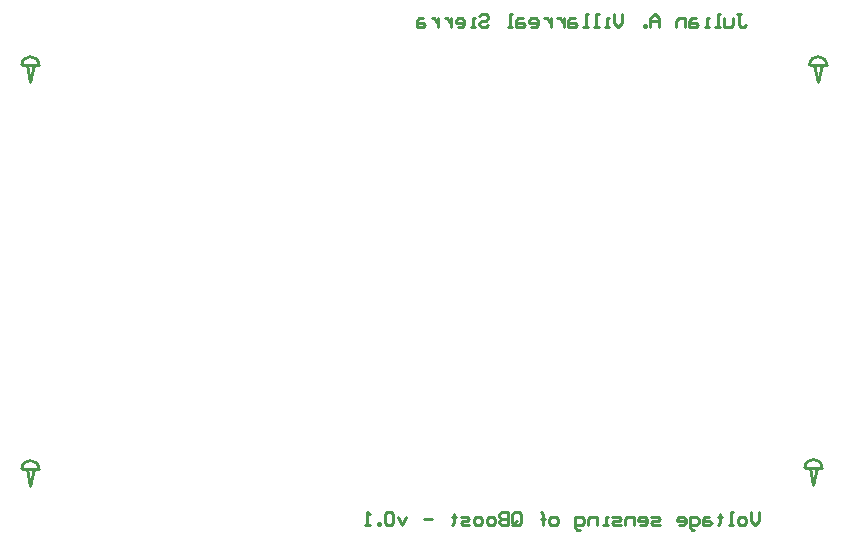
<source format=gbo>
G04*
G04 #@! TF.GenerationSoftware,Altium Limited,Altium Designer,19.1.5 (86)*
G04*
G04 Layer_Color=32896*
%FSLAX25Y25*%
%MOIN*%
G70*
G01*
G75*
%ADD13C,0.01000*%
D13*
X18347Y166378D02*
G03*
X12600Y166483I-2874J0D01*
G01*
X18347Y31732D02*
G03*
X12600Y31837I-2874J0D01*
G01*
X279370Y32126D02*
G03*
X273624Y32231I-2874J0D01*
G01*
X280945Y166378D02*
G03*
X275199Y166483I-2874J0D01*
G01*
X12705Y166378D02*
X18347D01*
X15431Y160778D02*
X16648Y166325D01*
X14214D02*
X15431Y160778D01*
X12705Y31732D02*
X18347D01*
X15431Y26133D02*
X16648Y31680D01*
X14214D02*
X15431Y26133D01*
X275238Y32074D02*
X276455Y26526D01*
X277671Y32074D01*
X273729Y32126D02*
X279370D01*
X276813Y166325D02*
X278030Y160778D01*
X279246Y166325D01*
X275304Y166378D02*
X280945D01*
X258449Y17402D02*
Y14516D01*
X257006Y13073D01*
X255563Y14516D01*
Y17402D01*
X253398Y13073D02*
X251955D01*
X251233Y13795D01*
Y15238D01*
X251955Y15959D01*
X253398D01*
X254119Y15238D01*
Y13795D01*
X253398Y13073D01*
X249790D02*
X248347D01*
X249069D01*
Y17402D01*
X249790D01*
X245461Y16681D02*
Y15959D01*
X246182D01*
X244739D01*
X245461D01*
Y13795D01*
X244739Y13073D01*
X241853Y15959D02*
X240410D01*
X239688Y15238D01*
Y13073D01*
X241853D01*
X242575Y13795D01*
X241853Y14516D01*
X239688D01*
X236802Y11630D02*
X236081D01*
X235359Y12352D01*
Y15959D01*
X237524D01*
X238245Y15238D01*
Y13795D01*
X237524Y13073D01*
X235359D01*
X231751D02*
X233194D01*
X233916Y13795D01*
Y15238D01*
X233194Y15959D01*
X231751D01*
X231030Y15238D01*
Y14516D01*
X233916D01*
X225257Y13073D02*
X223093D01*
X222371Y13795D01*
X223093Y14516D01*
X224536D01*
X225257Y15238D01*
X224536Y15959D01*
X222371D01*
X218763Y13073D02*
X220207D01*
X220928Y13795D01*
Y15238D01*
X220207Y15959D01*
X218763D01*
X218042Y15238D01*
Y14516D01*
X220928D01*
X216599Y13073D02*
Y15959D01*
X214434D01*
X213713Y15238D01*
Y13073D01*
X212269D02*
X210105D01*
X209383Y13795D01*
X210105Y14516D01*
X211548D01*
X212269Y15238D01*
X211548Y15959D01*
X209383D01*
X207940Y13073D02*
X206497D01*
X207219D01*
Y15959D01*
X207940D01*
X204332Y13073D02*
Y15959D01*
X202168D01*
X201446Y15238D01*
Y13073D01*
X198560Y11630D02*
X197838D01*
X197117Y12352D01*
Y15959D01*
X199282D01*
X200003Y15238D01*
Y13795D01*
X199282Y13073D01*
X197117D01*
X190623D02*
X189180D01*
X188458Y13795D01*
Y15238D01*
X189180Y15959D01*
X190623D01*
X191344Y15238D01*
Y13795D01*
X190623Y13073D01*
X186294D02*
Y16681D01*
Y15238D01*
X187015D01*
X185572D01*
X186294D01*
Y16681D01*
X185572Y17402D01*
X176192Y13795D02*
Y16681D01*
X176913Y17402D01*
X178357D01*
X179078Y16681D01*
Y13795D01*
X178357Y13073D01*
X176913D01*
X177635Y14516D02*
X176192Y13073D01*
X176913D02*
X176192Y13795D01*
X174749Y17402D02*
Y13073D01*
X172584D01*
X171863Y13795D01*
Y14516D01*
X172584Y15238D01*
X174749D01*
X172584D01*
X171863Y15959D01*
Y16681D01*
X172584Y17402D01*
X174749D01*
X169698Y13073D02*
X168255D01*
X167533Y13795D01*
Y15238D01*
X168255Y15959D01*
X169698D01*
X170420Y15238D01*
Y13795D01*
X169698Y13073D01*
X165369D02*
X163926D01*
X163204Y13795D01*
Y15238D01*
X163926Y15959D01*
X165369D01*
X166090Y15238D01*
Y13795D01*
X165369Y13073D01*
X161761D02*
X159596D01*
X158875Y13795D01*
X159596Y14516D01*
X161039D01*
X161761Y15238D01*
X161039Y15959D01*
X158875D01*
X156710Y16681D02*
Y15959D01*
X157432D01*
X155989D01*
X156710D01*
Y13795D01*
X155989Y13073D01*
X149495Y15238D02*
X146608D01*
X140836Y15959D02*
X139393Y13073D01*
X137950Y15959D01*
X136507Y16681D02*
X135785Y17402D01*
X134342D01*
X133620Y16681D01*
Y13795D01*
X134342Y13073D01*
X135785D01*
X136507Y13795D01*
Y16681D01*
X132177Y13073D02*
Y13795D01*
X131456D01*
Y13073D01*
X132177D01*
X128569D02*
X127126D01*
X127848D01*
Y17402D01*
X128569Y16681D01*
X251051Y183463D02*
X252494D01*
X251772D01*
Y179855D01*
X252494Y179134D01*
X253216D01*
X253937Y179855D01*
X249608Y182020D02*
Y179855D01*
X248886Y179134D01*
X246722D01*
Y182020D01*
X245278Y179134D02*
X243835D01*
X244557D01*
Y183463D01*
X245278D01*
X241671Y179134D02*
X240228D01*
X240949D01*
Y182020D01*
X241671D01*
X237341D02*
X235898D01*
X235177Y181298D01*
Y179134D01*
X237341D01*
X238063Y179855D01*
X237341Y180577D01*
X235177D01*
X233734Y179134D02*
Y182020D01*
X231569D01*
X230847Y181298D01*
Y179134D01*
X225075D02*
Y182020D01*
X223632Y183463D01*
X222189Y182020D01*
Y179134D01*
Y181298D01*
X225075D01*
X220746Y179134D02*
Y179855D01*
X220024D01*
Y179134D01*
X220746D01*
X212809Y183463D02*
Y180577D01*
X211366Y179134D01*
X209922Y180577D01*
Y183463D01*
X208479Y179134D02*
X207036D01*
X207758D01*
Y182020D01*
X208479D01*
X204872Y179134D02*
X203428D01*
X204150D01*
Y183463D01*
X204872D01*
X201264Y179134D02*
X199821D01*
X200542D01*
Y183463D01*
X201264D01*
X196934Y182020D02*
X195491D01*
X194770Y181298D01*
Y179134D01*
X196934D01*
X197656Y179855D01*
X196934Y180577D01*
X194770D01*
X193327Y182020D02*
Y179134D01*
Y180577D01*
X192605Y181298D01*
X191884Y182020D01*
X191162D01*
X188997D02*
Y179134D01*
Y180577D01*
X188276Y181298D01*
X187554Y182020D01*
X186833D01*
X182503Y179134D02*
X183947D01*
X184668Y179855D01*
Y181298D01*
X183947Y182020D01*
X182503D01*
X181782Y181298D01*
Y180577D01*
X184668D01*
X179617Y182020D02*
X178174D01*
X177453Y181298D01*
Y179134D01*
X179617D01*
X180339Y179855D01*
X179617Y180577D01*
X177453D01*
X176009Y179134D02*
X174566D01*
X175288D01*
Y183463D01*
X176009D01*
X165186Y182742D02*
X165908Y183463D01*
X167351D01*
X168072Y182742D01*
Y182020D01*
X167351Y181298D01*
X165908D01*
X165186Y180577D01*
Y179855D01*
X165908Y179134D01*
X167351D01*
X168072Y179855D01*
X163743Y179134D02*
X162300D01*
X163022D01*
Y182020D01*
X163743D01*
X157971Y179134D02*
X159414D01*
X160135Y179855D01*
Y181298D01*
X159414Y182020D01*
X157971D01*
X157249Y181298D01*
Y180577D01*
X160135D01*
X155806Y182020D02*
Y179134D01*
Y180577D01*
X155084Y181298D01*
X154363Y182020D01*
X153641D01*
X151477D02*
Y179134D01*
Y180577D01*
X150755Y181298D01*
X150034Y182020D01*
X149312D01*
X146426D02*
X144983D01*
X144261Y181298D01*
Y179134D01*
X146426D01*
X147147Y179855D01*
X146426Y180577D01*
X144261D01*
M02*

</source>
